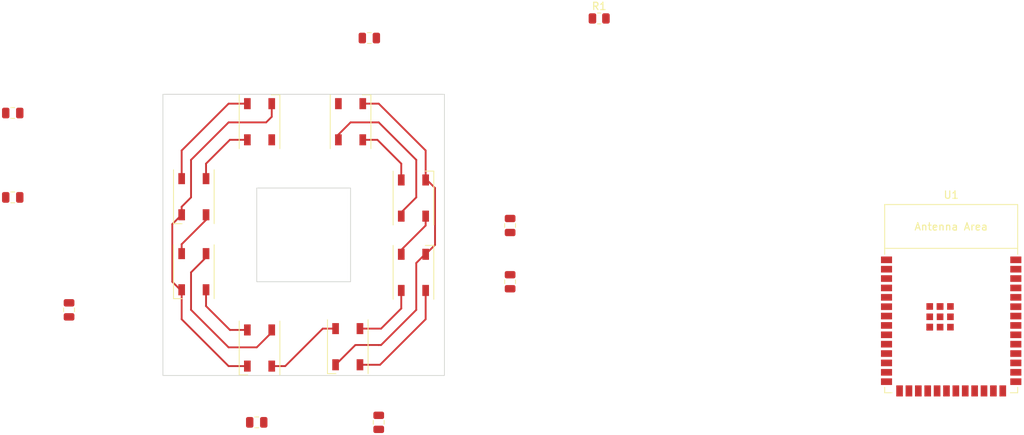
<source format=kicad_pcb>
(kicad_pcb (version 20221018) (generator pcbnew)
  (layers (0 "F.Cu" signal) (31 "B.Cu" signal) (34 "B.Paste" user) (35 "F.Paste" user) (36 "B.SilkS" user "B.Silkscreen") (37 "F.SilkS" user "F.Silkscreen") (38 "B.Mask" user) (39 "F.Mask" user) (44 "Edge.Cuts" user))
  (net 0 "")
  (net 1 "+3.3V")
  (net 2 "GND")
  (net 3 "Net-(D1-DOUT)")
  (net 4 "Net-(D2-DOUT)")
  (net 5 "Net-(D3-DOUT)")
  (net 6 "Net-(D4-DOUT)")
  (net 7 "Net-(D5-DOUT)")
  (net 8 "Net-(D6-DOUT)")
  (net 9 "Net-(D7-DOUT)")
  (net 11 "Net-(D1-DIN)")
  (net 13 "Net-(U1-GND-Pad1)")
  (footprint "Capacitor_SMD:C_0805_2012Metric" (layer "F.Cu") (at 81.28 53.34 180)
    (fp_text reference "C7" hide)
    (fp_text value "0.1µF" hide)
    (fp_line (start -0.261252 -0.735) (end 0.261252 -0.735) (stroke (width 0.12)) (layer "F.SilkS"))
    (fp_line (start -0.261252 0.735) (end 0.261252 0.735) (stroke (width 0.12)) (layer "F.SilkS"))
    (pad "1" smd roundrect (at -0.95 0 180) (size 1 1.45) (layers "F.Cu" "F.Paste" "F.Mask") (net 1 "+3.3V"))
    (pad "2" smd roundrect (at 0.95 0 180) (size 1 1.45) (layers "F.Cu" "F.Paste" "F.Mask") (net 2 "GND"))
  )
  (footprint "LED_SMD:LED_WS2812B_PLCC4_5.0x5.0mm_P3.2mm" (layer "F.Cu") (at 105.79 64.68 -90)
    (fp_text reference "D7" hide)
    (fp_text value "WS2812B")
    (fp_line (start -3.65 -2.75) (end 3.65 -2.75) (stroke (width 0.12)) (layer "F.SilkS"))
    (fp_line (start -3.65 2.75) (end 3.65 2.75) (stroke (width 0.12)) (layer "F.SilkS"))
    (fp_line (start 3.65 2.75) (end 3.65 1.6) (stroke (width 0.12)) (layer "F.SilkS"))
    (pad "1" smd rect (at -2.45 -1.65 270) (size 1.5 0.9) (layers "F.Cu" "F.Paste" "F.Mask") (net 1 "+3.3V"))
    (pad "2" smd rect (at -2.45 1.65 270) (size 1.5 0.9) (layers "F.Cu" "F.Paste" "F.Mask") (net 9 "Net-(D7-DOUT)"))
    (pad "3" smd rect (at 2.45 1.65 270) (size 1.5 0.9) (layers "F.Cu" "F.Paste" "F.Mask") (net 2 "GND"))
    (pad "4" smd rect (at 2.45 -1.65 270) (size 1.5 0.9) (layers "F.Cu" "F.Paste" "F.Mask") (net 8 "Net-(D6-DOUT)"))
  )
  (footprint "LED_SMD:LED_WS2812B_PLCC4_5.0x5.0mm_P3.2mm" (layer "F.Cu") (at 114.68 85.18 -90)
    (fp_text reference "D5" hide)
    (fp_text value "WS2812B")
    (fp_line (start -3.65 -2.75) (end 3.65 -2.75) (stroke (width 0.12)) (layer "F.SilkS"))
    (fp_line (start -3.65 2.75) (end 3.65 2.75) (stroke (width 0.12)) (layer "F.SilkS"))
    (fp_line (start 3.65 2.75) (end 3.65 1.6) (stroke (width 0.12)) (layer "F.SilkS"))
    (pad "1" smd rect (at -2.45 -1.65 270) (size 1.5 0.9) (layers "F.Cu" "F.Paste" "F.Mask") (net 1 "+3.3V"))
    (pad "2" smd rect (at -2.45 1.65 270) (size 1.5 0.9) (layers "F.Cu" "F.Paste" "F.Mask") (net 7 "Net-(D5-DOUT)"))
    (pad "3" smd rect (at 2.45 1.65 270) (size 1.5 0.9) (layers "F.Cu" "F.Paste" "F.Mask") (net 2 "GND"))
    (pad "4" smd rect (at 2.45 -1.65 270) (size 1.5 0.9) (layers "F.Cu" "F.Paste" "F.Mask") (net 6 "Net-(D4-DOUT)"))
  )
  (footprint "Resistor_SMD:R_0805_2012Metric" (layer "F.Cu") (at 160.645 40.525)
    (fp_text reference "R1" (at 0 -1.65) (layer "F.SilkS"))
    (fp_text value "330Ω")
    (fp_line (start -0.227064 -0.735) (end 0.227064 -0.735) (stroke (width 0.12)) (layer "F.SilkS"))
    (fp_line (start -0.227064 0.735) (end 0.227064 0.735) (stroke (width 0.12)) (layer "F.SilkS"))
    (pad "1" smd roundrect (at -0.9125 0) (size 1.025 1.4) (layers "F.Cu" "F.Paste" "F.Mask") (roundrect_rratio 0.243902))
    (pad "2" smd roundrect (at 0.9125 0) (size 1.025 1.4) (layers "F.Cu" "F.Paste" "F.Mask") (roundrect_rratio 0.243902) (net 11 "Net-(D1-DIN)"))
  )
  (footprint "LED_SMD:LED_WS2812B_PLCC4_5.0x5.0mm_P3.2mm" (layer "F.Cu") (at 126.62 85 -90)
    (fp_text reference "D4" hide)
    (fp_text value "WS2812B")
    (fp_line (start -3.65 -2.75) (end 3.65 -2.75) (stroke (width 0.12)) (layer "F.SilkS"))
    (fp_line (start -3.65 2.75) (end 3.65 2.75) (stroke (width 0.12)) (layer "F.SilkS"))
    (fp_line (start 3.65 2.75) (end 3.65 1.6) (stroke (width 0.12)) (layer "F.SilkS"))
    (pad "1" smd rect (at -2.45 -1.65 270) (size 1.5 0.9) (layers "F.Cu" "F.Paste" "F.Mask") (net 1 "+3.3V"))
    (pad "2" smd rect (at -2.45 1.65 270) (size 1.5 0.9) (layers "F.Cu" "F.Paste" "F.Mask") (net 6 "Net-(D4-DOUT)"))
    (pad "3" smd rect (at 2.45 1.65 270) (size 1.5 0.9) (layers "F.Cu" "F.Paste" "F.Mask") (net 2 "GND"))
    (pad "4" smd rect (at 2.45 -1.65 270) (size 1.5 0.9) (layers "F.Cu" "F.Paste" "F.Mask") (net 5 "Net-(D3-DOUT)"))
  )
  (footprint "Capacitor_SMD:C_0805_2012Metric" (layer "F.Cu") (at 148.59 68.58 -90)
    (fp_text reference "C2" hide)
    (fp_text value "0.1µF" hide)
    (fp_line (start -0.261252 -0.735) (end 0.261252 -0.735) (stroke (width 0.12)) (layer "F.SilkS"))
    (fp_line (start -0.261252 0.735) (end 0.261252 0.735) (stroke (width 0.12)) (layer "F.SilkS"))
    (pad "1" smd roundrect (at -0.95 0 270) (size 1 1.45) (layers "F.Cu" "F.Paste" "F.Mask") (net 1 "+3.3V"))
    (pad "2" smd roundrect (at 0.95 0 270) (size 1 1.45) (layers "F.Cu" "F.Paste" "F.Mask") (net 2 "GND"))
  )
  (footprint "LED_SMD:LED_WS2812B_PLCC4_5.0x5.0mm_P3.2mm" (layer "F.Cu") (at 105.79 74.84 -90)
    (fp_text reference "D6" hide)
    (fp_text value "WS2812B")
    (fp_line (start -3.65 -2.75) (end 3.65 -2.75) (stroke (width 0.12)) (layer "F.SilkS"))
    (fp_line (start -3.65 2.75) (end 3.65 2.75) (stroke (width 0.12)) (layer "F.SilkS"))
    (fp_line (start 3.65 2.75) (end 3.65 1.6) (stroke (width 0.12)) (layer "F.SilkS"))
    (pad "1" smd rect (at -2.45 -1.65 270) (size 1.5 0.9) (layers "F.Cu" "F.Paste" "F.Mask") (net 1 "+3.3V"))
    (pad "2" smd rect (at -2.45 1.65 270) (size 1.5 0.9) (layers "F.Cu" "F.Paste" "F.Mask") (net 8 "Net-(D6-DOUT)"))
    (pad "3" smd rect (at 2.45 1.65 270) (size 1.5 0.9) (layers "F.Cu" "F.Paste" "F.Mask") (net 2 "GND"))
    (pad "4" smd rect (at 2.45 -1.65 270) (size 1.5 0.9) (layers "F.Cu" "F.Paste" "F.Mask") (net 7 "Net-(D5-DOUT)"))
  )
  (footprint "PCM_Espressif:ESP32-S3-WROOM-1" (layer "F.Cu") (at 208.28 81.49)
    (fp_text reference "U1" (at 0 -17.05) (layer "F.SilkS"))
    (fp_text value "ESP32-S3-WROOM-1")
    (fp_text user "Antenna Area" (at 0 -12.75) (layer "F.SilkS"))
    (fp_line (start -9 -15.75) (end -9 -9) (stroke (width 0.12)) (layer "F.SilkS"))
    (fp_line (start -9 -15.75) (end 9 -15.75) (stroke (width 0.12)) (layer "F.SilkS"))
    (fp_line (start -9 9) (end -9 9.75) (stroke (width 0.12)) (layer "F.SilkS"))
    (fp_line (start -9 9.75) (end -8 9.75) (stroke (width 0.12)) (layer "F.SilkS"))
    (fp_line (start 9 -15.75) (end 9 -9) (stroke (width 0.12)) (layer "F.SilkS"))
    (fp_line (start 9 -9.81) (end -9 -9.81) (stroke (width 0.12)) (layer "F.SilkS"))
    (fp_line (start 9 9) (end 9 9.75) (stroke (width 0.12)) (layer "F.SilkS"))
    (fp_line (start 9 9.75) (end 8 9.75) (stroke (width 0.12)) (layer "F.SilkS"))
    (pad "1" smd rect (at -8.75 -8.26) (size 1.5 0.9) (layers "F.Cu" "F.Paste" "F.Mask") (net 13 "Net-(U1-GND-Pad1)"))
    (pad "2" smd rect (at -8.75 -6.99) (size 1.5 0.9) (layers "F.Cu" "F.Paste" "F.Mask"))
    (pad "3" smd rect (at -8.75 -5.72) (size 1.5 0.9) (layers "F.Cu" "F.Paste" "F.Mask"))
    (pad "4" smd rect (at -8.75 -4.45) (size 1.5 0.9) (layers "F.Cu" "F.Paste" "F.Mask"))
    (pad "5" smd rect (at -8.75 -3.18) (size 1.5 0.9) (layers "F.Cu" "F.Paste" "F.Mask"))
    (pad "6" smd rect (at -8.75 -1.91) (size 1.5 0.9) (layers "F.Cu" "F.Paste" "F.Mask"))
    (pad "7" smd rect (at -8.75 -0.64) (size 1.5 0.9) (layers "F.Cu" "F.Paste" "F.Mask"))
    (pad "8" smd rect (at -8.75 0.63) (size 1.5 0.9) (layers "F.Cu" "F.Paste" "F.Mask"))
    (pad "9" smd rect (at -8.75 1.9) (size 1.5 0.9) (layers "F.Cu" "F.Paste" "F.Mask"))
    (pad "10" smd rect (at -8.75 3.17) (size 1.5 0.9) (layers "F.Cu" "F.Paste" "F.Mask"))
    (pad "11" smd rect (at -8.75 4.44) (size 1.5 0.9) (layers "F.Cu" "F.Paste" "F.Mask"))
    (pad "12" smd rect (at -8.75 5.71) (size 1.5 0.9) (layers "F.Cu" "F.Paste" "F.Mask"))
    (pad "13" smd rect (at -8.75 6.98) (size 1.5 0.9) (layers "F.Cu" "F.Paste" "F.Mask"))
    (pad "14" smd rect (at -8.75 8.25) (size 1.5 0.9) (layers "F.Cu" "F.Paste" "F.Mask"))
    (pad "15" smd rect (at -6.985 9.5 90) (size 1.5 0.9) (layers "F.Cu" "F.Paste" "F.Mask"))
    (pad "16" smd rect (at -5.715 9.5 90) (size 1.5 0.9) (layers "F.Cu" "F.Paste" "F.Mask"))
    (pad "17" smd rect (at -4.445 9.5 90) (size 1.5 0.9) (layers "F.Cu" "F.Paste" "F.Mask"))
    (pad "18" smd rect (at -3.175 9.5 90) (size 1.5 0.9) (layers "F.Cu" "F.Paste" "F.Mask"))
    (pad "19" smd rect (at -1.905 9.5 90) (size 1.5 0.9) (layers "F.Cu" "F.Paste" "F.Mask"))
    (pad "20" smd rect (at -0.635 9.5 90) (size 1.5 0.9) (layers "F.Cu" "F.Paste" "F.Mask"))
    (pad "21" smd rect (at 0.635 9.5 90) (size 1.5 0.9) (layers "F.Cu" "F.Paste" "F.Mask"))
    (pad "22" smd rect (at 1.905 9.5 90) (size 1.5 0.9) (layers "F.Cu" "F.Paste" "F.Mask"))
    (pad "23" smd rect (at 3.175 9.5 90) (size 1.5 0.9) (layers "F.Cu" "F.Paste" "F.Mask"))
    (pad "24" smd rect (at 4.445 9.5 90) (size 1.5 0.9) (layers "F.Cu" "F.Paste" "F.Mask"))
    (pad "25" smd rect (at 5.715 9.5 90) (size 1.5 0.9) (layers "F.Cu" "F.Paste" "F.Mask"))
    (pad "26" smd rect (at 6.985 9.5 90) (size 1.5 0.9) (layers "F.Cu" "F.Paste" "F.Mask"))
    (pad "27" smd rect (at 8.75 8.25 180) (size 1.5 0.9) (layers "F.Cu" "F.Paste" "F.Mask"))
    (pad "28" smd rect (at 8.75 6.98 180) (size 1.5 0.9) (layers "F.Cu" "F.Paste" "F.Mask"))
    (pad "29" smd rect (at 8.75 5.71 180) (size 1.5 0.9) (layers "F.Cu" "F.Paste" "F.Mask"))
    (pad "30" smd rect (at 8.75 4.44 180) (size 1.5 0.9) (layers "F.Cu" "F.Paste" "F.Mask"))
    (pad "31" smd rect (at 8.75 3.17 180) (size 1.5 0.9) (layers "F.Cu" "F.Paste" "F.Mask"))
    (pad "32" smd rect (at 8.75 1.9 180) (size 1.5 0.9) (layers "F.Cu" "F.Paste" "F.Mask"))
    (pad "33" smd rect (at 8.75 0.63 180) (size 1.5 0.9) (layers "F.Cu" "F.Paste" "F.Mask"))
    (pad "34" smd rect (at 8.75 -0.64 180) (size 1.5 0.9) (layers "F.Cu" "F.Paste" "F.Mask"))
    (pad "35" smd rect (at 8.75 -1.91 180) (size 1.5 0.9) (layers "F.Cu" "F.Paste" "F.Mask"))
    (pad "36" smd rect (at 8.75 -3.18 180) (size 1.5 0.9) (layers "F.Cu" "F.Paste" "F.Mask"))
    (pad "37" smd rect (at 8.75 -4.45 180) (size 1.5 0.9) (layers "F.Cu" "F.Paste" "F.Mask"))
    (pad "38" smd rect (at 8.75 -5.72 180) (size 1.5 0.9) (layers "F.Cu" "F.Paste" "F.Mask"))
    (pad "39" smd rect (at 8.75 -6.99 180) (size 1.5 0.9) (layers "F.Cu" "F.Paste" "F.Mask"))
    (pad "40" smd rect (at 8.75 -8.26 180) (size 1.5 0.9) (layers "F.Cu" "F.Paste" "F.Mask") (net 13 "Net-(U1-GND-Pad1)"))
    (pad "41" smd rect (at -2.9 -1.94 180) (size 0.9 0.9) (layers "F.Cu" "F.Paste" "F.Mask") (net 13 "Net-(U1-GND-Pad1)"))
    (pad "41" smd rect (at -2.9 -0.54 180) (size 0.9 0.9) (layers "F.Cu" "F.Paste" "F.Mask") (net 13 "Net-(U1-GND-Pad1)"))
    (pad "41" smd rect (at -2.9 0.86 180) (size 0.9 0.9) (layers "F.Cu" "F.Paste" "F.Mask") (net 13 "Net-(U1-GND-Pad1)"))
    (pad "41" smd rect (at -2.9 0.86 180) (size 0.9 0.9) (layers "F.Cu" "F.Paste" "F.Mask") (net 13 "Net-(U1-GND-Pad1)"))
    (pad "41" smd rect (at -1.5 -1.94 180) (size 0.9 0.9) (layers "F.Cu" "F.Paste" "F.Mask") (net 13 "Net-(U1-GND-Pad1)"))
    (pad "41" smd rect (at -1.5 -1.94 180) (size 0.9 0.9) (layers "F.Cu" "F.Paste" "F.Mask") (net 13 "Net-(U1-GND-Pad1)"))
    (pad "41" smd rect (at -1.5 -0.54 180) (size 0.9 0.9) (layers "F.Cu" "F.Paste" "F.Mask") (net 13 "Net-(U1-GND-Pad1)"))
    (pad "41" smd rect (at -1.5 0.86 180) (size 0.9 0.9) (layers "F.Cu" "F.Paste" "F.Mask") (net 13 "Net-(U1-GND-Pad1)"))
    (pad "41" smd rect (at -0.1 -1.94 180) (size 0.9 0.9) (layers "F.Cu" "F.Paste" "F.Mask") (net 13 "Net-(U1-GND-Pad1)"))
    (pad "41" smd rect (at -0.1 -0.54 180) (size 0.9 0.9) (layers "F.Cu" "F.Paste" "F.Mask") (net 13 "Net-(U1-GND-Pad1)"))
    (pad "41" smd rect (at -0.1 0.86 180) (size 0.9 0.9) (layers "F.Cu" "F.Paste" "F.Mask") (net 13 "Net-(U1-GND-Pad1)"))
  )
  (footprint "LED_SMD:LED_WS2812B_PLCC4_5.0x5.0mm_P3.2mm" (layer "F.Cu") (at 127 54.52 90)
    (fp_text reference "D1" hide)
    (fp_text value "WS2812B")
    (fp_line (start -3.65 -2.75) (end 3.65 -2.75) (stroke (width 0.12)) (layer "F.SilkS"))
    (fp_line (start -3.65 2.75) (end 3.65 2.75) (stroke (width 0.12)) (layer "F.SilkS"))
    (fp_line (start 3.65 2.75) (end 3.65 1.6) (stroke (width 0.12)) (layer "F.SilkS"))
    (pad "1" smd rect (at -2.45 -1.65 90) (size 1.5 0.9) (layers "F.Cu" "F.Paste" "F.Mask") (net 1 "+3.3V"))
    (pad "2" smd rect (at -2.45 1.65 90) (size 1.5 0.9) (layers "F.Cu" "F.Paste" "F.Mask") (net 3 "Net-(D1-DOUT)"))
    (pad "3" smd rect (at 2.45 1.65 90) (size 1.5 0.9) (layers "F.Cu" "F.Paste" "F.Mask") (net 2 "GND"))
    (pad "4" smd rect (at 2.45 -1.65 90) (size 1.5 0.9) (layers "F.Cu" "F.Paste" "F.Mask") (net 11 "Net-(D1-DIN)"))
  )
  (footprint "Capacitor_SMD:C_0805_2012Metric" (layer "F.Cu") (at 129.54 43.18)
    (fp_text reference "C1" hide)
    (fp_text value "0.1µF" hide)
    (fp_line (start -0.261252 -0.735) (end 0.261252 -0.735) (stroke (width 0.12)) (layer "F.SilkS"))
    (fp_line (start -0.261252 0.735) (end 0.261252 0.735) (stroke (width 0.12)) (layer "F.SilkS"))
    (pad "1" smd roundrect (at -0.95 0) (size 1 1.45) (layers "F.Cu" "F.Paste" "F.Mask") (net 1 "+3.3V"))
    (pad "2" smd roundrect (at 0.95 0) (size 1 1.45) (layers "F.Cu" "F.Paste" "F.Mask") (net 2 "GND"))
  )
  (footprint "Capacitor_SMD:C_0805_2012Metric" (layer "F.Cu") (at 81.28 64.77)
    (fp_text reference "C8" hide)
    (fp_text value "0.1µF" hide)
    (fp_line (start -0.261252 -0.735) (end 0.261252 -0.735) (stroke (width 0.12)) (layer "F.SilkS"))
    (fp_line (start -0.261252 0.735) (end 0.261252 0.735) (stroke (width 0.12)) (layer "F.SilkS"))
    (pad "1" smd roundrect (at -0.95 0) (size 1 1.45) (layers "F.Cu" "F.Paste" "F.Mask") (net 1 "+3.3V"))
    (pad "2" smd roundrect (at 0.95 0) (size 1 1.45) (layers "F.Cu" "F.Paste" "F.Mask") (net 2 "GND"))
  )
  (footprint "Capacitor_SMD:C_0805_2012Metric" (layer "F.Cu") (at 88.9 80.01 -90)
    (fp_text reference "C6" hide)
    (fp_text value "0.1µF" hide)
    (fp_line (start -0.261252 -0.735) (end 0.261252 -0.735) (stroke (width 0.12)) (layer "F.SilkS"))
    (fp_line (start -0.261252 0.735) (end 0.261252 0.735) (stroke (width 0.12)) (layer "F.SilkS"))
    (pad "1" smd roundrect (at -0.95 0 270) (size 1 1.45) (layers "F.Cu" "F.Paste" "F.Mask") (net 1 "+3.3V"))
    (pad "2" smd roundrect (at 0.95 0 270) (size 1 1.45) (layers "F.Cu" "F.Paste" "F.Mask") (net 2 "GND"))
  )
  (footprint "LED_SMD:LED_WS2812B_PLCC4_5.0x5.0mm_P3.2mm" (layer "F.Cu") (at 135.51 64.86 90)
    (fp_text reference "D2" hide)
    (fp_text value "WS2812B")
    (fp_line (start -3.65 -2.75) (end 3.65 -2.75) (stroke (width 0.12)) (layer "F.SilkS"))
    (fp_line (start -3.65 2.75) (end 3.65 2.75) (stroke (width 0.12)) (layer "F.SilkS"))
    (fp_line (start 3.65 2.75) (end 3.65 1.6) (stroke (width 0.12)) (layer "F.SilkS"))
    (pad "1" smd rect (at -2.45 -1.65 90) (size 1.5 0.9) (layers "F.Cu" "F.Paste" "F.Mask") (net 1 "+3.3V"))
    (pad "2" smd rect (at -2.45 1.65 90) (size 1.5 0.9) (layers "F.Cu" "F.Paste" "F.Mask") (net 4 "Net-(D2-DOUT)"))
    (pad "3" smd rect (at 2.45 1.65 90) (size 1.5 0.9) (layers "F.Cu" "F.Paste" "F.Mask") (net 2 "GND"))
    (pad "4" smd rect (at 2.45 -1.65 90) (size 1.5 0.9) (layers "F.Cu" "F.Paste" "F.Mask") (net 3 "Net-(D1-DOUT)"))
  )
  (footprint "Capacitor_SMD:C_0805_2012Metric" (layer "F.Cu") (at 148.59 76.2 90)
    (fp_text reference "C3" hide)
    (fp_text value "0.1µF" hide)
    (fp_line (start -0.261252 -0.735) (end 0.261252 -0.735) (stroke (width 0.12)) (layer "F.SilkS"))
    (fp_line (start -0.261252 0.735) (end 0.261252 0.735) (stroke (width 0.12)) (layer "F.SilkS"))
    (pad "1" smd roundrect (at -0.95 0 90) (size 1 1.45) (layers "F.Cu" "F.Paste" "F.Mask") (net 1 "+3.3V"))
    (pad "2" smd roundrect (at 0.95 0 90) (size 1 1.45) (layers "F.Cu" "F.Paste" "F.Mask") (net 2 "GND"))
  )
  (footprint "LED_SMD:LED_WS2812B_PLCC4_5.0x5.0mm_P3.2mm" (layer "F.Cu") (at 114.68 54.52 90)
    (fp_text reference "D8" hide)
    (fp_text value "WS2812B")
    (fp_line (start -3.65 -2.75) (end 3.65 -2.75) (stroke (width 0.12)) (layer "F.SilkS"))
    (fp_line (start -3.65 2.75) (end 3.65 2.75) (stroke (width 0.12)) (layer "F.SilkS"))
    (fp_line (start 3.65 2.75) (end 3.65 1.6) (stroke (width 0.12)) (layer "F.SilkS"))
    (pad "1" smd rect (at -2.45 -1.65 90) (size 1.5 0.9) (layers "F.Cu" "F.Paste" "F.Mask") (net 1 "+3.3V"))
    (pad "2" smd rect (at -2.45 1.65 90) (size 1.5 0.9) (layers "F.Cu" "F.Paste" "F.Mask"))
    (pad "3" smd rect (at 2.45 1.65 90) (size 1.5 0.9) (layers "F.Cu" "F.Paste" "F.Mask") (net 2 "GND"))
    (pad "4" smd rect (at 2.45 -1.65 90) (size 1.5 0.9) (layers "F.Cu" "F.Paste" "F.Mask") (net 9 "Net-(D7-DOUT)"))
  )
  (footprint "LED_SMD:LED_WS2812B_PLCC4_5.0x5.0mm_P3.2mm" (layer "F.Cu") (at 135.51 74.93 90)
    (fp_text reference "D3" hide)
    (fp_text value "WS2812B")
    (fp_line (start -3.65 -2.75) (end 3.65 -2.75) (stroke (width 0.12)) (layer "F.SilkS"))
    (fp_line (start -3.65 2.75) (end 3.65 2.75) (stroke (width 0.12)) (layer "F.SilkS"))
    (fp_line (start 3.65 2.75) (end 3.65 1.6) (stroke (width 0.12)) (layer "F.SilkS"))
    (pad "1" smd rect (at -2.45 -1.65 90) (size 1.5 0.9) (layers "F.Cu" "F.Paste" "F.Mask") (net 1 "+3.3V"))
    (pad "2" smd rect (at -2.45 1.65 90) (size 1.5 0.9) (layers "F.Cu" "F.Paste" "F.Mask") (net 5 "Net-(D3-DOUT)"))
    (pad "3" smd rect (at 2.45 1.65 90) (size 1.5 0.9) (layers "F.Cu" "F.Paste" "F.Mask") (net 2 "GND"))
    (pad "4" smd rect (at 2.45 -1.65 90) (size 1.5 0.9) (layers "F.Cu" "F.Paste" "F.Mask") (net 4 "Net-(D2-DOUT)"))
  )
  (footprint "Capacitor_SMD:C_0805_2012Metric" (layer "F.Cu") (at 114.3 95.25 180)
    (fp_text reference "C5" hide)
    (fp_text value "0.1µF" hide)
    (fp_line (start -0.261252 -0.735) (end 0.261252 -0.735) (stroke (width 0.12)) (layer "F.SilkS"))
    (fp_line (start -0.261252 0.735) (end 0.261252 0.735) (stroke (width 0.12)) (layer "F.SilkS"))
    (pad "1" smd roundrect (at -0.95 0 180) (size 1 1.45) (layers "F.Cu" "F.Paste" "F.Mask") (net 1 "+3.3V"))
    (pad "2" smd roundrect (at 0.95 0 180) (size 1 1.45) (layers "F.Cu" "F.Paste" "F.Mask") (net 2 "GND"))
  )
  (footprint "Capacitor_SMD:C_0805_2012Metric" (layer "F.Cu") (at 130.81 95.25 -90)
    (fp_text reference "C4" hide)
    (fp_text value "0.1µF" hide)
    (fp_line (start -0.261252 -0.735) (end 0.261252 -0.735) (stroke (width 0.12)) (layer "F.SilkS"))
    (fp_line (start -0.261252 0.735) (end 0.261252 0.735) (stroke (width 0.12)) (layer "F.SilkS"))
    (pad "1" smd roundrect (at -0.95 0 270) (size 1 1.45) (layers "F.Cu" "F.Paste" "F.Mask") (net 1 "+3.3V"))
    (pad "2" smd roundrect (at 0.95 0 270) (size 1 1.45) (layers "F.Cu" "F.Paste" "F.Mask") (net 2 "GND"))
  )
  (gr_rect (start 101.6 50.8) (end 139.7 88.9) (stroke (width 0.1)) (fill none) (layer "Edge.Cuts"))
  (gr_rect (start 114.3 63.5) (end 127 76.2) (stroke (width 0.1)) (fill none) (layer "Edge.Cuts"))
  (segment (start 131.13 82.55) (end 133.86 79.82) (width 0.25) (layer "F.Cu") (net 1))
  (segment (start 116.33 83.06) (end 116.33 82.73) (width 0.25) (layer "F.Cu") (net 1))
  (segment (start 133.86 67.31) (end 133.86 66.8) (width 0.25) (layer "F.Cu") (net 1))
  (segment (start 128.27 82.55) (end 131.13 82.55) (width 0.25) (layer "F.Cu") (net 1))
  (segment (start 107.44 72.39) (end 107.44 72.9) (width 0.25) (layer "F.Cu") (net 1))
  (segment (start 107.58 62.37) (end 107.44 62.23) (width 0.25) (layer "F.Cu") (net 1))
  (segment (start 110.49 85.09) (end 114.3 85.09) (width 0.25) (layer "F.Cu") (net 1))
  (segment (start 125.35 56.26) (end 125.35 56.97) (width 0.25) (layer "F.Cu") (net 1))
  (segment (start 133.86 66.8) (end 135.89 64.77) (width 0.25) (layer "F.Cu") (net 1))
  (segment (start 125.21 56.83) (end 125.35 56.97) (width 0.25) (layer "F.Cu") (net 1))
  (segment (start 107.44 60.2) (end 110.67 56.97) (width 0.25) (layer "F.Cu") (net 1))
  (segment (start 135.89 59.69) (end 130.81 54.61) (width 0.25) (layer "F.Cu") (net 1))
  (segment (start 116.47 82.87) (end 116.33 82.73) (width 0.25) (layer "F.Cu") (net 1))
  (segment (start 130.81 54.61) (end 127 54.61) (width 0.25) (layer "F.Cu") (net 1))
  (segment (start 116.52 82.54) (end 116.33 82.73) (width 0.25) (layer "F.Cu") (net 1))
  (segment (start 133.86 79.82) (end 133.86 77.38) (width 0.25) (layer "F.Cu") (net 1))
  (segment (start 107.44 62.23) (end 107.44 60.2) (width 0.25) (layer "F.Cu") (net 1))
  (segment (start 135.89 64.77) (end 135.89 59.69) (width 0.25) (layer "F.Cu") (net 1))
  (segment (start 133.72 67.17) (end 133.86 67.31) (width 0.25) (layer "F.Cu") (net 1))
  (segment (start 110.67 56.97) (end 113.03 56.97) (width 0.25) (layer "F.Cu") (net 1))
  (segment (start 105.41 74.93) (end 105.41 80.01) (width 0.25) (layer "F.Cu") (net 1))
  (segment (start 107.58 72.53) (end 107.44 72.39) (width 0.25) (layer "F.Cu") (net 1))
  (segment (start 105.41 80.01) (end 110.49 85.09) (width 0.25) (layer "F.Cu") (net 1))
  (segment (start 133.63 77.15) (end 133.86 77.38) (width 0.25) (layer "F.Cu") (net 1))
  (segment (start 114.3 85.09) (end 116.33 83.06) (width 0.25) (layer "F.Cu") (net 1))
  (segment (start 127 54.61) (end 125.35 56.26) (width 0.25) (layer "F.Cu") (net 1))
  (segment (start 107.44 72.9) (end 105.41 74.93) (width 0.25) (layer "F.Cu") (net 1))
  (segment (start 110.49 87.63) (end 113.03 87.63) (width 0.25) (layer "F.Cu") (net 2))
  (segment (start 137.34 62.41) (end 138.43 63.5) (width 0.25) (layer "F.Cu") (net 2))
  (segment (start 105.41 59.69) (end 110.49 54.61) (width 0.25) (layer "F.Cu") (net 2))
  (segment (start 104.14 66.04) (end 104.14 67.13) (width 0.25) (layer "F.Cu") (net 2))
  (segment (start 127.65 84.77) (end 130.81 84.77) (width 0.25) (layer "F.Cu") (net 2))
  (segment (start 124.97 87.45) (end 127.65 84.77) (width 0.25) (layer "F.Cu") (net 2))
  (segment (start 103.96 77.29) (end 102.87 76.2) (width 0.25) (layer "F.Cu") (net 2))
  (segment (start 116.47 52.21) (end 116.33 52.07) (width 0.25) (layer "F.Cu") (net 2))
  (segment (start 110.49 54.61) (end 115.57 54.61) (width 0.25) (layer "F.Cu") (net 2))
  (segment (start 137.16 62.41) (end 137.16 58.42) (width 0.25) (layer "F.Cu") (net 2))
  (segment (start 138.43 71.21) (end 137.16 72.48) (width 0.25) (layer "F.Cu") (net 2))
  (segment (start 137.16 72.48) (end 137.07 72.48) (width 0.25) (layer "F.Cu") (net 2))
  (segment (start 102.87 68.4) (end 104.14 67.13) (width 0.25) (layer "F.Cu") (net 2))
  (segment (start 115.57 54.61) (end 116.33 53.85) (width 0.25) (layer "F.Cu") (net 2))
  (segment (start 116.33 53.85) (end 116.33 52.07) (width 0.25) (layer "F.Cu") (net 2))
  (segment (start 138.43 63.5) (end 138.43 71.21) (width 0.25) (layer "F.Cu") (net 2))
  (segment (start 137.16 58.42) (end 130.81 52.07) (width 0.25) (layer "F.Cu") (net 2))
  (segment (start 124.83 87.31) (end 124.97 87.45) (width 0.25) (layer "F.Cu") (net 2))
  (segment (start 102.87 76.2) (end 102.87 68.4) (width 0.25) (layer "F.Cu") (net 2))
  (segment (start 104.14 77.29) (end 103.96 77.29) (width 0.25) (layer "F.Cu") (net 2))
  (segment (start 135.89 73.66) (end 135.89 80.01) (width 0.25) (layer "F.Cu") (net 2))
  (segment (start 131.13 84.77) (end 130.81 84.77) (width 0.25) (layer "F.Cu") (net 2))
  (segment (start 135.89 80.01) (end 131.13 84.77) (width 0.25) (layer "F.Cu") (net 2))
  (segment (start 104.14 81.28) (end 110.49 87.63) (width 0.25) (layer "F.Cu") (net 2))
  (segment (start 105.41 64.77) (end 104.14 66.04) (width 0.25) (layer "F.Cu") (net 2))
  (segment (start 137.16 62.41) (end 137.34 62.41) (width 0.25) (layer "F.Cu") (net 2))
  (segment (start 104.14 77.29) (end 104.14 81.28) (width 0.25) (layer "F.Cu") (net 2))
  (segment (start 128.65 52.07) (end 130.81 52.07) (width 0.25) (layer "F.Cu") (net 2))
  (segment (start 137.07 72.48) (end 135.89 73.66) (width 0.25) (layer "F.Cu") (net 2))
  (segment (start 105.41 59.69) (end 105.41 64.77) (width 0.25) (layer "F.Cu") (net 2))
  (segment (start 130.63 56.97) (end 133.86 60.2) (width 0.25) (layer "F.Cu") (net 3))
  (segment (start 133.86 60.2) (end 133.86 62.41) (width 0.25) (layer "F.Cu") (net 3))
  (segment (start 128.65 56.97) (end 130.63 56.97) (width 0.25) (layer "F.Cu") (net 3))
  (segment (start 137.16 67.31) (end 137.16 68.58) (width 0.25) (layer "F.Cu") (net 4))
  (segment (start 137.16 68.58) (end 133.86 71.88) (width 0.25) (layer "F.Cu") (net 4))
  (segment (start 133.86 71.88) (end 133.86 72.48) (width 0.25) (layer "F.Cu") (net 4))
  (segment (start 137.16 81.28) (end 130.99 87.45) (width 0.25) (layer "F.Cu") (net 5))
  (segment (start 137.16 77.38) (end 137.16 81.28) (width 0.25) (layer "F.Cu") (net 5))
  (segment (start 130.99 87.45) (end 128.27 87.45) (width 0.25) (layer "F.Cu") (net 5))
  (segment (start 123.2349 82.55) (end 124.97 82.55) (width 0.25) (layer "F.Cu") (net 6))
  (segment (start 116.33 87.63) (end 118.1549 87.63) (width 0.25) (layer "F.Cu") (net 6))
  (segment (start 118.1549 87.63) (end 123.2349 82.55) (width 0.25) (layer "F.Cu") (net 6))
  (segment (start 110.67 82.73) (end 113.03 82.73) (width 0.25) (layer "F.Cu") (net 7))
  (segment (start 107.44 77.29) (end 107.44 79.5) (width 0.25) (layer "F.Cu") (net 7))
  (segment (start 107.44 79.5) (end 110.67 82.73) (width 0.25) (layer "F.Cu") (net 7))
  (segment (start 107.44 67.82) (end 107.44 67.13) (width 0.25) (layer "F.Cu") (net 8))
  (segment (start 104.14 71.12) (end 107.44 67.82) (width 0.25) (layer "F.Cu") (net 8))
  (segment (start 104.14 72.39) (end 104.14 71.12) (width 0.25) (layer "F.Cu") (net 8))
  (segment (start 104.14 62.23) (end 104.14 58.42) (width 0.25) (layer "F.Cu") (net 9))
  (segment (start 113.03 52.07) (end 110.49 52.07) (width 0.25) (layer "F.Cu") (net 9))
  (segment (start 110.49 52.07) (end 104.14 58.42) (width 0.25) (layer "F.Cu") (net 9))
)
</source>
